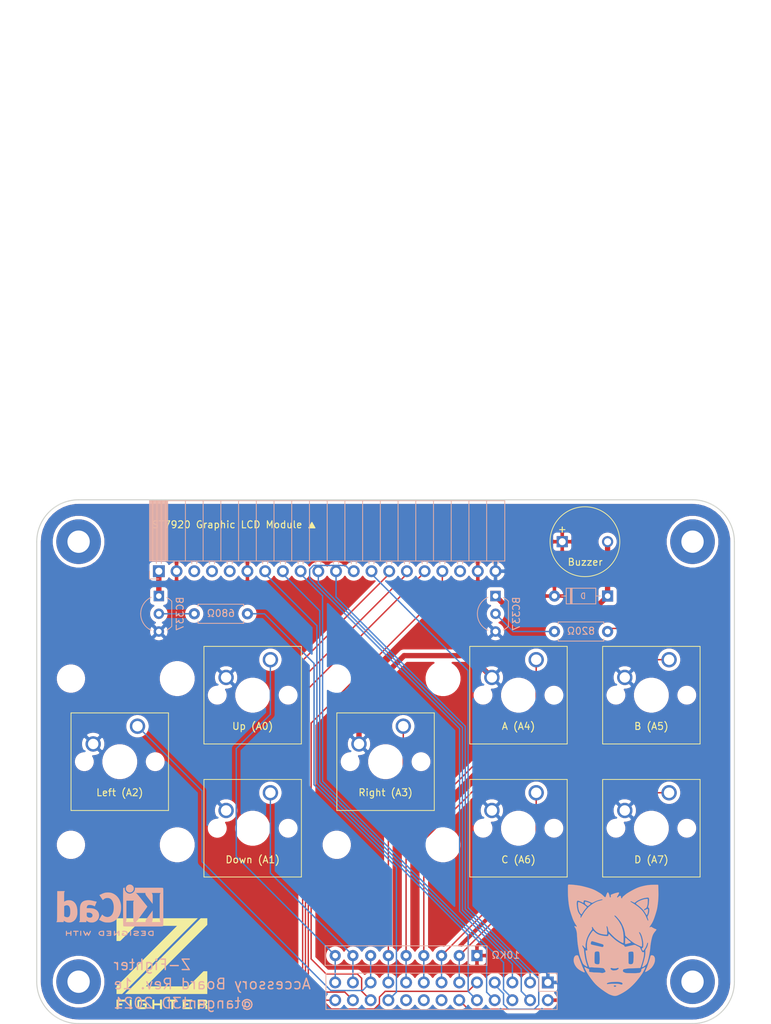
<source format=kicad_pcb>
(kicad_pcb (version 20171130) (host pcbnew 5.1.10)
  (layers (0 F.Cu signal) (31 B.Cu signal) (34 B.Paste user hide) (35 F.Paste user hide) (36 B.SilkS user) (37 F.SilkS user) (38 B.Mask user) (39 F.Mask user) (44 Edge.Cuts user))
  (net 0 "")
  (net 1 PB3S)
  (net 2 PB4S)
  (net 3 PB2S)
  (net 4 PB5S)
  (net 5 PB1S)
  (net 6 PB6S)
  (net 7 PB0S)
  (net 8 PB7S)
  (net 9 PA7S)
  (net 10 PC7S)
  (net 11 PA6S)
  (net 12 PA5S)
  (net 13 PA4S)
  (net 14 PA3S)
  (net 15 PC3S)
  (net 16 PA2S)
  (net 17 PC2S)
  (net 18 PA1S)
  (net 19 PC1S)
  (net 20 PA0S)
  (net 21 PC0S)
  (net 22 VCC)
  (net 23 "Net-(BZ1-Pad2)")
  (net 24 "Net-(J7-Pad3)")
  (net 25 "Net-(J7-Pad4)")
  (net 26 "Net-(J7-Pad5)")
  (net 27 "Net-(J7-Pad18)")
  (net 28 "Net-(Q1-Pad2)")
  (net 29 GND)
  (net 30 "Net-(Q2-Pad2)")
  (net 31 BLK)
  (net 32 "Net-(J9-Pad18)")
  (net 33 "Net-(J9-Pad16)")
  (net 34 "Net-(J9-Pad14)")
  (module Connector_PinSocket_2.54mm:PinSocket_2x13_P2.54mm_Vertical (layer B.Cu) (at 137.26 164.109 90)
    (fp_text reference J9 hide)
    (fp_text value Conn_02x13_Odd_Even)
    (pad 26 thru_hole oval (at -2.54 -30.48 90) (size 1.7 1.7) (drill 1) (layers *.Cu *.Mask) (net 21 PC0S))
    (pad 25 thru_hole oval (at 0 -30.48 90) (size 1.7 1.7) (drill 1) (layers *.Cu *.Mask) (net 20 PA0S))
    (pad 24 thru_hole oval (at -2.54 -27.94 90) (size 1.7 1.7) (drill 1) (layers *.Cu *.Mask) (net 19 PC1S))
    (pad 23 thru_hole oval (at 0 -27.94 90) (size 1.7 1.7) (drill 1) (layers *.Cu *.Mask) (net 18 PA1S))
    (pad 22 thru_hole oval (at -2.54 -25.4 90) (size 1.7 1.7) (drill 1) (layers *.Cu *.Mask) (net 17 PC2S))
    (pad 21 thru_hole oval (at 0 -25.4 90) (size 1.7 1.7) (drill 1) (layers *.Cu *.Mask) (net 16 PA2S))
    (pad 20 thru_hole oval (at -2.54 -22.86 90) (size 1.7 1.7) (drill 1) (layers *.Cu *.Mask) (net 15 PC3S))
    (pad 19 thru_hole oval (at 0 -22.86 90) (size 1.7 1.7) (drill 1) (layers *.Cu *.Mask) (net 14 PA3S))
    (pad 18 thru_hole oval (at -2.54 -20.32 90) (size 1.7 1.7) (drill 1) (layers *.Cu *.Mask) (net 32 "Net-(J9-Pad18)"))
    (pad 17 thru_hole oval (at 0 -20.32 90) (size 1.7 1.7) (drill 1) (layers *.Cu *.Mask) (net 13 PA4S))
    (pad 16 thru_hole oval (at -2.54 -17.78 90) (size 1.7 1.7) (drill 1) (layers *.Cu *.Mask) (net 33 "Net-(J9-Pad16)"))
    (pad 15 thru_hole oval (at 0 -17.78 90) (size 1.7 1.7) (drill 1) (layers *.Cu *.Mask) (net 12 PA5S))
    (pad 14 thru_hole oval (at -2.54 -15.24 90) (size 1.7 1.7) (drill 1) (layers *.Cu *.Mask) (net 34 "Net-(J9-Pad14)"))
    (pad 13 thru_hole oval (at 0 -15.24 90) (size 1.7 1.7) (drill 1) (layers *.Cu *.Mask) (net 11 PA6S))
    (pad 12 thru_hole oval (at -2.54 -12.7 90) (size 1.7 1.7) (drill 1) (layers *.Cu *.Mask) (net 10 PC7S))
    (pad 11 thru_hole oval (at 0 -12.7 90) (size 1.7 1.7) (drill 1) (layers *.Cu *.Mask) (net 9 PA7S))
    (pad 10 thru_hole oval (at -2.54 -10.16 90) (size 1.7 1.7) (drill 1) (layers *.Cu *.Mask) (net 8 PB7S))
    (pad 9 thru_hole oval (at 0 -10.16 90) (size 1.7 1.7) (drill 1) (layers *.Cu *.Mask) (net 7 PB0S))
    (pad 8 thru_hole oval (at -2.54 -7.62 90) (size 1.7 1.7) (drill 1) (layers *.Cu *.Mask) (net 6 PB6S))
    (pad 7 thru_hole oval (at 0 -7.62 90) (size 1.7 1.7) (drill 1) (layers *.Cu *.Mask) (net 5 PB1S))
    (pad 6 thru_hole oval (at -2.54 -5.08 90) (size 1.7 1.7) (drill 1) (layers *.Cu *.Mask) (net 4 PB5S))
    (pad 5 thru_hole oval (at 0 -5.08 90) (size 1.7 1.7) (drill 1) (layers *.Cu *.Mask) (net 3 PB2S))
    (pad 4 thru_hole oval (at -2.54 -2.54 90) (size 1.7 1.7) (drill 1) (layers *.Cu *.Mask) (net 2 PB4S))
    (pad 3 thru_hole oval (at 0 -2.54 90) (size 1.7 1.7) (drill 1) (layers *.Cu *.Mask) (net 1 PB3S))
    (pad 2 thru_hole oval (at -2.54 0 90) (size 1.7 1.7) (drill 1) (layers *.Cu *.Mask) (net 22 VCC))
    (pad 1 thru_hole rect (at 0 0 90) (size 1.7 1.7) (drill 1) (layers *.Cu *.Mask) (net 29 GND))
  )
  (module Connector_PinSocket_2.54mm:PinSocket_1x20_P2.54mm_Horizontal (layer B.Cu) (at 81.5 105.224 270)
    (fp_text reference J7 hide)
    (fp_text value "ST7920 Graphic LCD" hide)
    (pad 1 thru_hole rect (at 0 0 270) (size 1.7 1.7) (drill 1) (layers *.Cu *.Mask) (net 31 BLK))
    (pad 2 thru_hole oval (at 0 -2.54 270) (size 1.7 1.7) (drill 1) (layers *.Cu *.Mask) (net 22 VCC))
    (pad 3 thru_hole oval (at 0 -5.08 270) (size 1.7 1.7) (drill 1) (layers *.Cu *.Mask) (net 24 "Net-(J7-Pad3)"))
    (pad 4 thru_hole oval (at 0 -7.62 270) (size 1.7 1.7) (drill 1) (layers *.Cu *.Mask) (net 25 "Net-(J7-Pad4)"))
    (pad 5 thru_hole oval (at 0 -10.16 270) (size 1.7 1.7) (drill 1) (layers *.Cu *.Mask) (net 26 "Net-(J7-Pad5)"))
    (pad 6 thru_hole oval (at 0 -12.7 270) (size 1.7 1.7) (drill 1) (layers *.Cu *.Mask) (net 22 VCC))
    (pad 7 thru_hole oval (at 0 -15.24 270) (size 1.7 1.7) (drill 1) (layers *.Cu *.Mask) (net 8 PB7S))
    (pad 8 thru_hole oval (at 0 -17.78 270) (size 1.7 1.7) (drill 1) (layers *.Cu *.Mask) (net 6 PB6S))
    (pad 9 thru_hole oval (at 0 -20.32 270) (size 1.7 1.7) (drill 1) (layers *.Cu *.Mask) (net 4 PB5S))
    (pad 10 thru_hole oval (at 0 -22.86 270) (size 1.7 1.7) (drill 1) (layers *.Cu *.Mask) (net 2 PB4S))
    (pad 11 thru_hole oval (at 0 -25.4 270) (size 1.7 1.7) (drill 1) (layers *.Cu *.Mask) (net 1 PB3S))
    (pad 12 thru_hole oval (at 0 -27.94 270) (size 1.7 1.7) (drill 1) (layers *.Cu *.Mask) (net 3 PB2S))
    (pad 13 thru_hole oval (at 0 -30.48 270) (size 1.7 1.7) (drill 1) (layers *.Cu *.Mask) (net 5 PB1S))
    (pad 14 thru_hole oval (at 0 -33.02 270) (size 1.7 1.7) (drill 1) (layers *.Cu *.Mask) (net 7 PB0S))
    (pad 15 thru_hole oval (at 0 -35.56 270) (size 1.7 1.7) (drill 1) (layers *.Cu *.Mask) (net 21 PC0S))
    (pad 16 thru_hole oval (at 0 -38.1 270) (size 1.7 1.7) (drill 1) (layers *.Cu *.Mask) (net 19 PC1S))
    (pad 17 thru_hole oval (at 0 -40.64 270) (size 1.7 1.7) (drill 1) (layers *.Cu *.Mask) (net 17 PC2S))
    (pad 18 thru_hole oval (at 0 -43.18 270) (size 1.7 1.7) (drill 1) (layers *.Cu *.Mask) (net 27 "Net-(J7-Pad18)"))
    (pad 19 thru_hole oval (at 0 -45.72 270) (size 1.7 1.7) (drill 1) (layers *.Cu *.Mask) (net 22 VCC))
    (pad 20 thru_hole oval (at 0 -48.26 270) (size 1.7 1.7) (drill 1) (layers *.Cu *.Mask) (net 29 GND))
  )
  (module Button_Switch_Keyboard:SW_Cherry_MX_2.00u_Vertical_PCB (layer F.Cu) (at 116.54 127.42)
    (fp_text reference SW4 hide)
    (fp_text value "Right (A3)" (at -2.54 9.5) (layer F.SilkS))
    (pad 1 thru_hole circle (at 0 0) (size 2.2 2.2) (drill 1.5) (layers *.Cu *.Mask) (net 14 PA3S))
    (pad 2 thru_hole circle (at -6.35 2.54) (size 2.2 2.2) (drill 1.5) (layers *.Cu *.Mask) (net 29 GND))
    (pad "" np_thru_hole circle (at -2.54 5.08) (size 4 4) (drill 4) (layers *.Cu *.Mask))
    (pad "" np_thru_hole circle (at -7.62 5.08) (size 1.7 1.7) (drill 1.7) (layers *.Cu *.Mask))
    (pad "" np_thru_hole circle (at 2.54 5.08) (size 1.7 1.7) (drill 1.7) (layers *.Cu *.Mask))
    (pad "" np_thru_hole circle (at 5.7 -6.82) (size 4 4) (drill 4) (layers *.Cu *.Mask))
    (pad "" np_thru_hole circle (at 5.7 16.98) (size 4 4) (drill 4) (layers *.Cu *.Mask))
    (pad "" np_thru_hole circle (at -9.54 16.98) (size 3.05 3.05) (drill 3.05) (layers *.Cu *.Mask))
    (pad "" np_thru_hole circle (at -9.54 -6.82) (size 3.05 3.05) (drill 3.05) (layers *.Cu *.Mask))
  )
  (module Button_Switch_Keyboard:SW_Cherry_MX_1.00u_PCB (layer F.Cu) (at 154.64 136.945)
    (fp_text reference SW8 hide)
    (fp_text value "D (A7)" (at -2.54 9.58) (layer F.SilkS))
    (pad 1 thru_hole circle (at 0 0) (size 2.2 2.2) (drill 1.5) (layers *.Cu *.Mask) (net 9 PA7S))
    (pad 2 thru_hole circle (at -6.35 2.54) (size 2.2 2.2) (drill 1.5) (layers *.Cu *.Mask) (net 29 GND))
    (pad "" np_thru_hole circle (at -2.54 5.08) (size 4 4) (drill 4) (layers *.Cu *.Mask))
    (pad "" np_thru_hole circle (at -7.62 5.08) (size 1.7 1.7) (drill 1.7) (layers *.Cu *.Mask))
    (pad "" np_thru_hole circle (at 2.54 5.08) (size 1.7 1.7) (drill 1.7) (layers *.Cu *.Mask))
  )
  (module Button_Switch_Keyboard:SW_Cherry_MX_1.00u_PCB (layer F.Cu) (at 135.59 136.945)
    (fp_text reference SW7 hide)
    (fp_text value "C (A6)" (at -2.54 9.58) (layer F.SilkS))
    (pad 1 thru_hole circle (at 0 0) (size 2.2 2.2) (drill 1.5) (layers *.Cu *.Mask) (net 11 PA6S))
    (pad 2 thru_hole circle (at -6.35 2.54) (size 2.2 2.2) (drill 1.5) (layers *.Cu *.Mask) (net 29 GND))
    (pad "" np_thru_hole circle (at -2.54 5.08) (size 4 4) (drill 4) (layers *.Cu *.Mask))
    (pad "" np_thru_hole circle (at -7.62 5.08) (size 1.7 1.7) (drill 1.7) (layers *.Cu *.Mask))
    (pad "" np_thru_hole circle (at 2.54 5.08) (size 1.7 1.7) (drill 1.7) (layers *.Cu *.Mask))
  )
  (module Button_Switch_Keyboard:SW_Cherry_MX_1.00u_PCB (layer F.Cu) (at 154.64 117.895)
    (fp_text reference SW6 hide)
    (fp_text value "B (A5)" (at -2.54 9.53) (layer F.SilkS))
    (pad 1 thru_hole circle (at 0 0) (size 2.2 2.2) (drill 1.5) (layers *.Cu *.Mask) (net 12 PA5S))
    (pad 2 thru_hole circle (at -6.35 2.54) (size 2.2 2.2) (drill 1.5) (layers *.Cu *.Mask) (net 29 GND))
    (pad "" np_thru_hole circle (at -2.54 5.08) (size 4 4) (drill 4) (layers *.Cu *.Mask))
    (pad "" np_thru_hole circle (at -7.62 5.08) (size 1.7 1.7) (drill 1.7) (layers *.Cu *.Mask))
    (pad "" np_thru_hole circle (at 2.54 5.08) (size 1.7 1.7) (drill 1.7) (layers *.Cu *.Mask))
  )
  (module Button_Switch_Keyboard:SW_Cherry_MX_1.00u_PCB (layer F.Cu) (at 135.59 117.895)
    (fp_text reference SW5 hide)
    (fp_text value "A (A4)" (at -2.54 9.53) (layer F.SilkS))
    (pad 1 thru_hole circle (at 0 0) (size 2.2 2.2) (drill 1.5) (layers *.Cu *.Mask) (net 13 PA4S))
    (pad 2 thru_hole circle (at -6.35 2.54) (size 2.2 2.2) (drill 1.5) (layers *.Cu *.Mask) (net 29 GND))
    (pad "" np_thru_hole circle (at -2.54 5.08) (size 4 4) (drill 4) (layers *.Cu *.Mask))
    (pad "" np_thru_hole circle (at -7.62 5.08) (size 1.7 1.7) (drill 1.7) (layers *.Cu *.Mask))
    (pad "" np_thru_hole circle (at 2.54 5.08) (size 1.7 1.7) (drill 1.7) (layers *.Cu *.Mask))
  )
  (module Button_Switch_Keyboard:SW_Cherry_MX_1.00u_PCB (layer F.Cu) (at 97.49 136.945)
    (fp_text reference SW2 hide)
    (fp_text value "Down (A1)" (at -2.54 9.58) (layer F.SilkS))
    (pad "" np_thru_hole circle (at 2.54 5.08) (size 1.7 1.7) (drill 1.7) (layers *.Cu *.Mask))
    (pad "" np_thru_hole circle (at -7.62 5.08) (size 1.7 1.7) (drill 1.7) (layers *.Cu *.Mask))
    (pad "" np_thru_hole circle (at -2.54 5.08) (size 4 4) (drill 4) (layers *.Cu *.Mask))
    (pad 2 thru_hole circle (at -6.35 2.54) (size 2.2 2.2) (drill 1.5) (layers *.Cu *.Mask) (net 29 GND))
    (pad 1 thru_hole circle (at 0 0) (size 2.2 2.2) (drill 1.5) (layers *.Cu *.Mask) (net 18 PA1S))
  )
  (module Button_Switch_Keyboard:SW_Cherry_MX_1.00u_PCB (layer F.Cu) (at 97.49 117.895)
    (fp_text reference SW1 hide)
    (fp_text value "Up (A0)" (at -2.54 9.525) (layer F.SilkS))
    (pad 1 thru_hole circle (at 0 0) (size 2.2 2.2) (drill 1.5) (layers *.Cu *.Mask) (net 20 PA0S))
    (pad 2 thru_hole circle (at -6.35 2.54) (size 2.2 2.2) (drill 1.5) (layers *.Cu *.Mask) (net 29 GND))
    (pad "" np_thru_hole circle (at -2.54 5.08) (size 4 4) (drill 4) (layers *.Cu *.Mask))
    (pad "" np_thru_hole circle (at -7.62 5.08) (size 1.7 1.7) (drill 1.7) (layers *.Cu *.Mask))
    (pad "" np_thru_hole circle (at 2.54 5.08) (size 1.7 1.7) (drill 1.7) (layers *.Cu *.Mask))
  )
  (module Button_Switch_Keyboard:SW_Cherry_MX_2.00u_Vertical_PCB (layer F.Cu) (at 78.44 127.42)
    (fp_text reference SW3 hide)
    (fp_text value "Left (A2)" (at -2.54 9.5) (layer F.SilkS))
    (pad 1 thru_hole circle (at 0 0) (size 2.2 2.2) (drill 1.5) (layers *.Cu *.Mask) (net 16 PA2S))
    (pad 2 thru_hole circle (at -6.35 2.54) (size 2.2 2.2) (drill 1.5) (layers *.Cu *.Mask) (net 29 GND))
    (pad "" np_thru_hole circle (at -2.54 5.08) (size 4 4) (drill 4) (layers *.Cu *.Mask))
    (pad "" np_thru_hole circle (at -7.62 5.08) (size 1.7 1.7) (drill 1.7) (layers *.Cu *.Mask))
    (pad "" np_thru_hole circle (at 2.54 5.08) (size 1.7 1.7) (drill 1.7) (layers *.Cu *.Mask))
    (pad "" np_thru_hole circle (at 5.7 -6.82) (size 4 4) (drill 4) (layers *.Cu *.Mask))
    (pad "" np_thru_hole circle (at 5.7 16.98) (size 4 4) (drill 4) (layers *.Cu *.Mask))
    (pad "" np_thru_hole circle (at -9.54 16.98) (size 3.05 3.05) (drill 3.05) (layers *.Cu *.Mask))
    (pad "" np_thru_hole circle (at -9.54 -6.82) (size 3.05 3.05) (drill 3.05) (layers *.Cu *.Mask))
  )
  (module Z-FIGHTER_AccessoryBoard:Z-FIGHTER_Logo (layer F.Cu) (at 81.94 161.42)
    (fp_text reference G*** hide)
    (fp_text value LOGO hide)
  )
  (module Z-FIGHTER_AccessoryBoard:Tangent_Head (layer B.Cu) (at 146.64 158.054915 180)
    (fp_text reference G*** hide)
    (fp_text value LOGO hide)
  )
  (module Diode_THT:D_DO-35_SOD27_P7.62mm_Horizontal (layer B.Cu) (at 145.825 108.78 180)
    (fp_text reference D2 hide)
    (fp_text value IN5817)
    (fp_text user D (at 3.51 0 unlocked) (layer B.SilkS) (effects (font (size 0.8 0.8) (thickness 0.12)) (justify mirror)))
    (pad 1 thru_hole rect (at 0 0 180) (size 1.6 1.6) (drill 0.8) (layers *.Cu *.Mask) (net 23 "Net-(BZ1-Pad2)"))
    (pad 2 thru_hole oval (at 7.62 0 180) (size 1.6 1.6) (drill 0.8) (layers *.Cu *.Mask) (net 22 VCC))
  )
  (module Symbol:KiCad-Logo2_6mm_SilkScreen (layer B.Cu) (at 74.481269 153.07 180)
    (fp_text reference REF** hide)
    (fp_text value KiCad-Logo2_6mm_SilkScreen hide)
  )
  (module MountingHole:MountingHole_3.2mm_M3_Pad (layer F.Cu) (at 158 101)
    (fp_text reference Mount2 hide)
    (fp_text value MountingHole_3.2mm_M3_Pad)
    (pad 1 thru_hole circle (at 0 0) (size 6.4 6.4) (drill 3.200001) (layers *.Cu *.Mask))
  )
  (module Resistor_THT:R_Array_SIP9 (layer B.Cu) (at 127.1 160.261 180)
    (fp_text reference RN4 hide)
    (fp_text value 10KΩ (at -4.125 0.0675) (layer B.SilkS) (effects (justify mirror)))
    (pad 1 thru_hole rect (at 0 0 180) (size 1.6 1.6) (drill 0.8) (layers *.Cu *.Mask) (net 22 VCC))
    (pad 2 thru_hole oval (at 2.54 0 180) (size 1.6 1.6) (drill 0.8) (layers *.Cu *.Mask) (net 9 PA7S))
    (pad 3 thru_hole oval (at 5.08 0 180) (size 1.6 1.6) (drill 0.8) (layers *.Cu *.Mask) (net 11 PA6S))
    (pad 4 thru_hole oval (at 7.62 0 180) (size 1.6 1.6) (drill 0.8) (layers *.Cu *.Mask) (net 12 PA5S))
    (pad 5 thru_hole oval (at 10.16 0 180) (size 1.6 1.6) (drill 0.8) (layers *.Cu *.Mask) (net 13 PA4S))
    (pad 6 thru_hole oval (at 12.7 0 180) (size 1.6 1.6) (drill 0.8) (layers *.Cu *.Mask) (net 14 PA3S))
    (pad 7 thru_hole oval (at 15.24 0 180) (size 1.6 1.6) (drill 0.8) (layers *.Cu *.Mask) (net 16 PA2S))
    (pad 8 thru_hole oval (at 17.78 0 180) (size 1.6 1.6) (drill 0.8) (layers *.Cu *.Mask) (net 18 PA1S))
    (pad 9 thru_hole oval (at 20.32 0 180) (size 1.6 1.6) (drill 0.8) (layers *.Cu *.Mask) (net 20 PA0S))
  )
  (module MountingHole:MountingHole_3.2mm_M3_Pad (layer F.Cu) (at 158 164)
    (fp_text reference Mount4 hide)
    (fp_text value MountingHole_3.2mm_M3_Pad)
    (pad 1 thru_hole circle (at 0 0) (size 6.4 6.4) (drill 3.200001) (layers *.Cu *.Mask))
  )
  (module MountingHole:MountingHole_3.2mm_M3_Pad (layer F.Cu) (at 70 101)
    (fp_text reference Mount1 hide)
    (fp_text value MountingHole_3.2mm_M3_Pad)
    (pad 1 thru_hole circle (at 0 0) (size 6.4 6.4) (drill 3.200001) (layers *.Cu *.Mask))
  )
  (module MountingHole:MountingHole_3.2mm_M3_Pad (layer F.Cu) (at 70 164)
    (fp_text reference Mount3 hide)
    (fp_text value MountingHole_3.2mm_M3_Pad)
    (pad 1 thru_hole circle (at 0 0) (size 6.4 6.4) (drill 3.200001) (layers *.Cu *.Mask))
  )
  (module Resistor_THT:R_Axial_DIN0207_L6.3mm_D2.5mm_P7.62mm_Horizontal (layer B.Cu) (at 138.205 113.86)
    (fp_text reference RB2 hide)
    (fp_text value 820Ω (at 3.8 -0.0675 unlocked) (layer B.SilkS) (effects (justify mirror)))
    (pad 1 thru_hole circle (at 0 0) (size 1.6 1.6) (drill 0.8) (layers *.Cu *.Mask) (net 30 "Net-(Q2-Pad2)"))
    (pad 2 thru_hole oval (at 7.62 0) (size 1.6 1.6) (drill 0.8) (layers *.Cu *.Mask) (net 10 PC7S))
  )
  (module Resistor_THT:R_Axial_DIN0207_L6.3mm_D2.5mm_P7.62mm_Horizontal (layer B.Cu) (at 86.58 111.32)
    (fp_text reference RB1 hide)
    (fp_text value 680Ω (at 3.81 -0.0675 180) (layer B.SilkS) (effects (justify mirror)))
    (pad 2 thru_hole oval (at 7.62 0) (size 1.6 1.6) (drill 0.8) (layers *.Cu *.Mask) (net 15 PC3S))
    (pad 1 thru_hole circle (at 0 0) (size 1.6 1.6) (drill 0.8) (layers *.Cu *.Mask) (net 28 "Net-(Q1-Pad2)"))
  )
  (module Buzzer_Beeper:MagneticBuzzer_ProSignal_ABT-410-RC (layer F.Cu) (at 139.325 101)
    (fp_text reference BZ1 hide)
    (fp_text value Buzzer (at 3.29 2.92) (layer F.SilkS))
    (fp_text user + (at 0 -1.8) (layer F.SilkS))
    (pad 1 thru_hole rect (at 0 0) (size 1.6 1.6) (drill 1) (layers *.Cu *.Mask) (net 22 VCC))
    (pad 2 thru_hole circle (at 6.5 0) (size 1.6 1.6) (drill 1) (layers *.Cu *.Mask) (net 23 "Net-(BZ1-Pad2)"))
  )
  (module Package_TO_SOT_THT:TO-92_Inline_Wide (layer B.Cu) (at 81.5 108.78 270)
    (fp_text reference Q1 hide)
    (fp_text value BC337 (at 2.54 -3.04 270) (layer B.SilkS) (effects (justify mirror)))
    (pad 1 thru_hole rect (at 0 0 270) (size 1.5 1.5) (drill 0.8) (layers *.Cu *.Mask) (net 31 BLK))
    (pad 3 thru_hole circle (at 5.08 0 270) (size 1.5 1.5) (drill 0.8) (layers *.Cu *.Mask) (net 29 GND))
    (pad 2 thru_hole circle (at 2.54 0 270) (size 1.5 1.5) (drill 0.8) (layers *.Cu *.Mask) (net 28 "Net-(Q1-Pad2)"))
  )
  (module Package_TO_SOT_THT:TO-92_Inline_Wide (layer B.Cu) (at 129.76 108.78 270)
    (fp_text reference Q2 hide)
    (fp_text value BC337 (at 2.54 -2.98 270) (layer B.SilkS) (effects (justify mirror)))
    (pad 1 thru_hole rect (at 0 0 270) (size 1.5 1.5) (drill 0.8) (layers *.Cu *.Mask) (net 23 "Net-(BZ1-Pad2)"))
    (pad 3 thru_hole circle (at 5.08 0 270) (size 1.5 1.5) (drill 0.8) (layers *.Cu *.Mask) (net 29 GND))
    (pad 2 thru_hole circle (at 2.54 0 270) (size 1.5 1.5) (drill 0.8) (layers *.Cu *.Mask) (net 30 "Net-(Q2-Pad2)"))
  )
  (gr_arc (start 158 164) (end 158 170) (angle -90) (layer Edge.Cuts) (width 0.15))
  (gr_arc (start 70 164) (end 64 164) (angle -90) (layer Edge.Cuts) (width 0.15))
  (gr_arc (start 70 101) (end 70 95) (angle -90) (layer Edge.Cuts) (width 0.15))
  (gr_arc (start 158 101) (end 164 101) (angle -90) (layer Edge.Cuts) (width 0.15))
  (gr_line (start 64 164) (end 64 101) (layer Edge.Cuts) (width 0.15))
  (gr_line (start 164 101) (end 164 164) (layer Edge.Cuts) (width 0.15))
  (gr_line (start 70 95) (end 158 95) (layer Edge.Cuts) (width 0.15))
  (gr_line (start 158 170) (end 70 170) (layer Edge.Cuts) (width 0.15))
  (gr_text "@tangent3D 2021" (at 85.069428 167.071) (layer B.SilkS) (effects (font (size 1.5 1.5) (thickness 0.2)) (justify mirror)))
  (gr_text "Accessory Board Rev. 1e" (at 89.140857 164.326) (layer B.SilkS) (effects (font (size 1.5 1.5) (thickness 0.2)) (justify mirror)))
  (gr_text "ST7920 Graphic LCD Module ▲" (at 92.295 98.5565) (layer F.SilkS) (effects (font (size 1 1))))
  (gr_text Z-Fighter (at 80.533714 161.581) (layer B.SilkS) (effects (font (size 1.5 1.5) (thickness 0.2)) (justify mirror)))
  (segment (start 134.72 162.87475) (end 134.72 164.109) (width 0.2032) (layer B.Cu) (net 1))
  (segment (start 125.423589 153.57834) (end 134.72 162.87475) (width 0.2032) (layer B.Cu) (net 1))
  (segment (start 106.9 105.605) (end 106.9 108.900499) (width 0.2032) (layer B.Cu) (net 1))
  (segment (start 125.423589 127.424087) (end 125.423589 153.57834) (width 0.2032) (layer B.Cu) (net 1))
  (segment (start 106.9 108.900499) (end 125.423589 127.424087) (width 0.2032) (layer B.Cu) (net 1))
  (segment (start 134.72 166.649) (end 133.45 165.379) (width 0.2032) (layer B.Cu) (net 2))
  (segment (start 133.45 162.179501) (end 125.017178 153.74668) (width 0.2032) (layer B.Cu) (net 2))
  (segment (start 125.017178 127.592427) (end 104.36 106.93525) (width 0.2032) (layer B.Cu) (net 2))
  (segment (start 104.36 106.93525) (end 104.36 105.605) (width 0.2032) (layer B.Cu) (net 2))
  (segment (start 125.017178 153.74668) (end 125.017178 127.592427) (width 0.2032) (layer B.Cu) (net 2))
  (segment (start 133.45 165.379) (end 133.45 162.179501) (width 0.2032) (layer B.Cu) (net 2))
  (segment (start 103.67 104.4) (end 108.235 104.4) (width 0.2032) (layer B.Cu) (net 3))
  (segment (start 103.12 106.27) (end 103.12 104.95) (width 0.2032) (layer B.Cu) (net 3))
  (segment (start 108.235 104.4) (end 109.44 105.605) (width 0.2032) (layer B.Cu) (net 3))
  (segment (start 124.610767 127.760767) (end 103.12 106.27) (width 0.2032) (layer B.Cu) (net 3))
  (segment (start 124.610767 153.91502) (end 124.610767 127.760767) (width 0.2032) (layer B.Cu) (net 3))
  (segment (start 132.18 161.484252) (end 124.610767 153.91502) (width 0.2032) (layer B.Cu) (net 3))
  (segment (start 103.12 104.95) (end 103.67 104.4) (width 0.2032) (layer B.Cu) (net 3))
  (segment (start 132.18 164.109) (end 132.18 161.484252) (width 0.2032) (layer B.Cu) (net 3))
  (segment (start 104.969233 108.754233) (end 101.82 105.605) (width 0.2032) (layer B.Cu) (net 4))
  (segment (start 104.969233 135.299731) (end 104.969233 108.754233) (width 0.2032) (layer B.Cu) (net 4))
  (segment (start 130.91 161.240498) (end 104.969233 135.299731) (width 0.2032) (layer B.Cu) (net 4))
  (segment (start 130.91 165.13) (end 130.91 161.240498) (width 0.2032) (layer B.Cu) (net 4))
  (segment (start 132.18 166.4) (end 130.91 165.13) (width 0.2032) (layer B.Cu) (net 4))
  (segment (start 132.18 166.649) (end 132.18 166.4) (width 0.2032) (layer B.Cu) (net 4))
  (segment (start 135.9541 163.5341) (end 125.83 153.41) (width 0.2032) (layer B.Cu) (net 5))
  (segment (start 116.76859 110.39359) (end 111.98 105.605) (width 0.2032) (layer B.Cu) (net 5))
  (segment (start 125.83 153.41) (end 125.83 119.455) (width 0.2032) (layer B.Cu) (net 5))
  (segment (start 135.9541 167.2859) (end 135.9541 163.5341) (width 0.2032) (layer B.Cu) (net 5))
  (segment (start 125.83 119.455) (end 116.76859 110.39359) (width 0.2032) (layer B.Cu) (net 5))
  (segment (start 135.3 167.94) (end 135.9541 167.2859) (width 0.2032) (layer B.Cu) (net 5))
  (segment (start 131.61 167.94) (end 135.3 167.94) (width 0.2032) (layer B.Cu) (net 5))
  (segment (start 130.91 167.24) (end 131.61 167.94) (width 0.2032) (layer B.Cu) (net 5))
  (segment (start 130.91 165.70475) (end 130.91 167.24) (width 0.2032) (layer B.Cu) (net 5))
  (segment (start 129.64 164.43475) (end 130.91 165.70475) (width 0.2032) (layer B.Cu) (net 5))
  (segment (start 129.64 164.109) (end 129.64 164.43475) (width 0.2032) (layer B.Cu) (net 5))
  (segment (start 104.562822 110.887822) (end 99.28 105.605) (width 0.2032) (layer B.Cu) (net 6))
  (segment (start 104.562822 135.468071) (end 104.562822 110.887822) (width 0.2032) (layer B.Cu) (net 6))
  (segment (start 128.485199 159.390448) (end 104.562822 135.468071) (width 0.2032) (layer B.Cu) (net 6))
  (segment (start 128.485199 165.494199) (end 128.485199 159.390448) (width 0.2032) (layer B.Cu) (net 6))
  (segment (start 129.64 166.649) (end 128.485199 165.494199) (width 0.2032) (layer B.Cu) (net 6))
  (segment (start 114.52 105.605) (end 102.110767 118.014233) (width 0.2032) (layer F.Cu) (net 7))
  (segment (start 102.110767 118.014233) (end 102.110767 163.805518) (width 0.2032) (layer F.Cu) (net 7))
  (segment (start 102.110767 163.805518) (end 106.215249 167.91) (width 0.2032) (layer F.Cu) (net 7))
  (segment (start 112.39 167.91) (end 113.12 167.18) (width 0.2032) (layer F.Cu) (net 7))
  (segment (start 106.215249 167.91) (end 112.39 167.91) (width 0.2032) (layer F.Cu) (net 7))
  (segment (start 113.12 167.18) (end 113.12 166.2) (width 0.2032) (layer F.Cu) (net 7))
  (segment (start 113.12 166.2) (end 113.94 165.38) (width 0.2032) (layer F.Cu) (net 7))
  (segment (start 113.94 165.38) (end 125.829 165.38) (width 0.2032) (layer F.Cu) (net 7))
  (segment (start 125.829 165.38) (end 127.1 164.109) (width 0.2032) (layer F.Cu) (net 7))
  (segment (start 104.156411 113.021411) (end 96.74 105.605) (width 0.2032) (layer B.Cu) (net 8))
  (segment (start 104.156411 135.636411) (end 104.156411 113.021411) (width 0.2032) (layer B.Cu) (net 8))
  (segment (start 125.84 157.32) (end 104.156411 135.636411) (width 0.2032) (layer B.Cu) (net 8))
  (segment (start 125.84 165.389) (end 125.84 157.32) (width 0.2032) (layer B.Cu) (net 8))
  (segment (start 127.1 166.649) (end 125.84 165.389) (width 0.2032) (layer B.Cu) (net 8))
  (segment (start 147.876 136.945) (end 154.64 136.945) (width 0.2032) (layer F.Cu) (net 9))
  (segment (start 124.56 160.261) (end 147.876 136.945) (width 0.2032) (layer F.Cu) (net 9))
  (segment (start 124.56 160.261) (end 124.56 164.109) (width 0.2032) (layer B.Cu) (net 9))
  (segment (start 160.44 118.22) (end 155.64 113.42) (width 0.2032) (layer F.Cu) (net 10))
  (segment (start 140.04 167.94) (end 160.44 147.54) (width 0.2032) (layer F.Cu) (net 10))
  (segment (start 160.44 147.54) (end 160.44 118.22) (width 0.2032) (layer F.Cu) (net 10))
  (segment (start 125.851 167.94) (end 140.04 167.94) (width 0.2032) (layer F.Cu) (net 10))
  (segment (start 124.56 166.649) (end 125.851 167.94) (width 0.2032) (layer F.Cu) (net 10))
  (segment (start 155.64 113.42) (end 146.385 113.42) (width 0.2032) (layer F.Cu) (net 10))
  (segment (start 122.02 160.261) (end 122.02 164.109) (width 0.2032) (layer B.Cu) (net 11))
  (segment (start 135.59 146.691) (end 122.02 160.261) (width 0.2032) (layer F.Cu) (net 11))
  (segment (start 135.59 136.945) (end 135.59 146.691) (width 0.2032) (layer F.Cu) (net 11))
  (segment (start 119.48 160.261) (end 119.48 164.109) (width 0.2032) (layer B.Cu) (net 12))
  (segment (start 145.333894 117.895) (end 154.64 117.895) (width 0.2032) (layer F.Cu) (net 12))
  (segment (start 119.48 143.748894) (end 145.333894 117.895) (width 0.2032) (layer F.Cu) (net 12))
  (segment (start 119.48 160.261) (end 119.48 143.748894) (width 0.2032) (layer F.Cu) (net 12))
  (segment (start 116.94 160.261) (end 116.94 164.109) (width 0.2032) (layer B.Cu) (net 13))
  (segment (start 135.59 124.0828) (end 135.59 117.895) (width 0.2032) (layer F.Cu) (net 13))
  (segment (start 116.94 142.7328) (end 135.59 124.0828) (width 0.2032) (layer F.Cu) (net 13))
  (segment (start 116.94 160.261) (end 116.94 142.7328) (width 0.2032) (layer F.Cu) (net 13))
  (segment (start 114.4 160.261) (end 114.4 164.109) (width 0.2032) (layer B.Cu) (net 14))
  (segment (start 114.4 141.37) (end 114.4 160.261) (width 0.2032) (layer F.Cu) (net 14))
  (segment (start 116.54 139.23) (end 114.4 141.37) (width 0.2032) (layer F.Cu) (net 14))
  (segment (start 116.54 127.42) (end 116.54 139.23) (width 0.2032) (layer F.Cu) (net 14))
  (segment (start 103.75 118.43) (end 96.64 111.32) (width 0.2032) (layer B.Cu) (net 15))
  (segment (start 103.75 135.80475) (end 103.75 118.43) (width 0.2032) (layer B.Cu) (net 15))
  (segment (start 115.554801 147.609551) (end 103.75 135.80475) (width 0.2032) (layer B.Cu) (net 15))
  (segment (start 115.554801 165.494199) (end 115.554801 147.609551) (width 0.2032) (layer B.Cu) (net 15))
  (segment (start 96.64 111.32) (end 94.2 111.32) (width 0.2032) (layer B.Cu) (net 15))
  (segment (start 114.4 166.649) (end 115.554801 165.494199) (width 0.2032) (layer B.Cu) (net 15))
  (segment (start 111.86 160.261) (end 111.86 164.109) (width 0.2032) (layer B.Cu) (net 16))
  (segment (start 78.44 127.42) (end 87.71 136.69) (width 0.2032) (layer B.Cu) (net 16))
  (segment (start 87.71 136.69) (end 87.71 146.83) (width 0.2032) (layer B.Cu) (net 16))
  (segment (start 87.71 146.83) (end 106.143801 165.263801) (width 0.2032) (layer B.Cu) (net 16))
  (segment (start 106.143801 165.263801) (end 110.705199 165.263801) (width 0.2032) (layer B.Cu) (net 16))
  (segment (start 110.705199 165.263801) (end 111.86 164.109) (width 0.2032) (layer B.Cu) (net 16))
  (segment (start 109.96 162.89) (end 105.48 162.89) (width 0.2032) (layer F.Cu) (net 17))
  (segment (start 110.57 163.5) (end 109.96 162.89) (width 0.2032) (layer F.Cu) (net 17))
  (segment (start 105.48 162.89) (end 103.33 160.74) (width 0.2032) (layer F.Cu) (net 17))
  (segment (start 110.57 165.359) (end 110.57 163.5) (width 0.2032) (layer F.Cu) (net 17))
  (segment (start 111.86 166.649) (end 110.57 165.359) (width 0.2032) (layer F.Cu) (net 17))
  (segment (start 103.353106 126.955) (end 103.33 126.955) (width 0.2032) (layer F.Cu) (net 17))
  (segment (start 122.14 108.168106) (end 103.353106 126.955) (width 0.2032) (layer F.Cu) (net 17))
  (segment (start 122.14 105.605) (end 122.14 108.168106) (width 0.2032) (layer F.Cu) (net 17))
  (segment (start 103.33 160.74) (end 103.33 126.955) (width 0.2032) (layer F.Cu) (net 17))
  (segment (start 109.32 160.261) (end 109.32 164.109) (width 0.2032) (layer B.Cu) (net 18))
  (segment (start 97.49 148.431) (end 109.32 160.261) (width 0.2032) (layer B.Cu) (net 18))
  (segment (start 97.49 136.945) (end 97.49 148.431) (width 0.2032) (layer B.Cu) (net 18))
  (segment (start 119.346 105.605) (end 119.6 105.605) (width 0.2032) (layer F.Cu) (net 19))
  (segment (start 102.923589 122.027411) (end 119.346 105.605) (width 0.2032) (layer F.Cu) (net 19))
  (segment (start 104.96 165.49) (end 102.923589 163.453589) (width 0.2032) (layer F.Cu) (net 19))
  (segment (start 102.923589 163.453589) (end 102.923589 122.027411) (width 0.2032) (layer F.Cu) (net 19))
  (segment (start 108.161 165.49) (end 104.96 165.49) (width 0.2032) (layer F.Cu) (net 19))
  (segment (start 109.32 166.649) (end 108.161 165.49) (width 0.2032) (layer F.Cu) (net 19))
  (segment (start 106.78 164.109) (end 106.78 160.261) (width 0.2032) (layer B.Cu) (net 20))
  (segment (start 97.49 125.7294) (end 97.49 117.895) (width 0.2032) (layer B.Cu) (net 20))
  (segment (start 92.596 130.6234) (end 97.49 125.7294) (width 0.2032) (layer B.Cu) (net 20))
  (segment (start 92.596 146.077) (end 92.596 130.6234) (width 0.2032) (layer B.Cu) (net 20))
  (segment (start 106.78 160.261) (end 92.596 146.077) (width 0.2032) (layer B.Cu) (net 20))
  (segment (start 117.06 105.605) (end 102.517178 120.147822) (width 0.2032) (layer F.Cu) (net 21))
  (segment (start 102.517178 120.147822) (end 102.517178 163.637178) (width 0.2032) (layer F.Cu) (net 21))
  (segment (start 102.517178 163.637178) (end 105.529 166.649) (width 0.2032) (layer F.Cu) (net 21))
  (segment (start 105.529 166.649) (end 106.78 166.649) (width 0.2032) (layer F.Cu) (net 21))
  (segment (start 145.825 108.78) (end 145.825 101) (width 0.762) (layer F.Cu) (net 23))
  (segment (start 143.465 111.14) (end 145.825 108.78) (width 0.762) (layer F.Cu) (net 23))
  (segment (start 132.12 111.14) (end 143.465 111.14) (width 0.762) (layer F.Cu) (net 23))
  (segment (start 129.76 108.78) (end 132.12 111.14) (width 0.762) (layer F.Cu) (net 23))
  (segment (start 81.5 111.42) (end 81.84 111.42) (width 0.762) (layer F.Cu) (net 28))
  (segment (start 81.5 111.32) (end 86.58 111.32) (width 0.2032) (layer B.Cu) (net 28))
  (segment (start 110.19 129.96) (end 110.19 123.778) (width 0.762) (layer F.Cu) (net 29))
  (segment (start 110.19 123.778) (end 116.6536 117.3144) (width 0.762) (layer F.Cu) (net 29))
  (segment (start 126.1194 117.3144) (end 129.24 120.435) (width 0.762) (layer F.Cu) (net 29))
  (segment (start 116.6536 117.3144) (end 126.1194 117.3144) (width 0.762) (layer F.Cu) (net 29))
  (segment (start 132.3 113.86) (end 138.205 113.86) (width 0.2032) (layer B.Cu) (net 30))
  (segment (start 129.76 111.32) (end 132.3 113.86) (width 0.2032) (layer B.Cu) (net 30))
  (segment (start 81.5 108.78) (end 81.5 105.605) (width 0.762) (layer F.Cu) (net 31))
  (segment (start 81.5 108.78) (end 81.6 108.88) (width 0.2032) (layer B.Cu) (net 31))
  (zone (net 29) (net_name GND) (layer B.Cu) (connect_pads (clearance 0.508)) (min_thickness 0.254) (fill yes (arc_segments 32) (thermal_gap 0.508) (thermal_bridge_width 0.508))
    (polygon (pts (xy 163.94 169.92) (xy 63.94 169.92) (xy 63.94 94.92) (xy 163.94 94.92)))
  )
  (zone (net 22) (net_name VCC) (layer F.Cu) (connect_pads (clearance 0.508)) (min_thickness 0.254) (fill yes (arc_segments 32) (thermal_gap 0.508) (thermal_bridge_width 0.508))
    (polygon (pts (xy 163.94 169.92) (xy 63.94 169.92) (xy 63.94 94.92) (xy 163.94 94.92)))
  )
)
</source>
